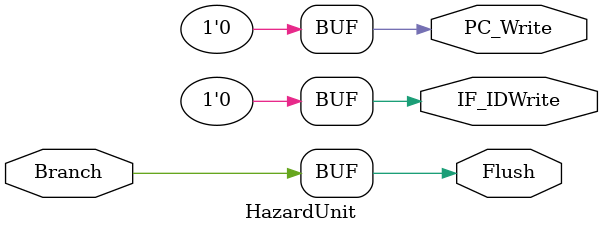
<source format=sv>
module HazardUnit(Branch, Flush, IF_IDWrite, PC_Write);
    input wire Branch;
    output reg Flush;
    output reg IF_IDWrite;
    output reg PC_Write;

    assign Flush = Branch;
    assign IF_IDWrite = 0;
    assign PC_Write = 0;


endmodule
</source>
